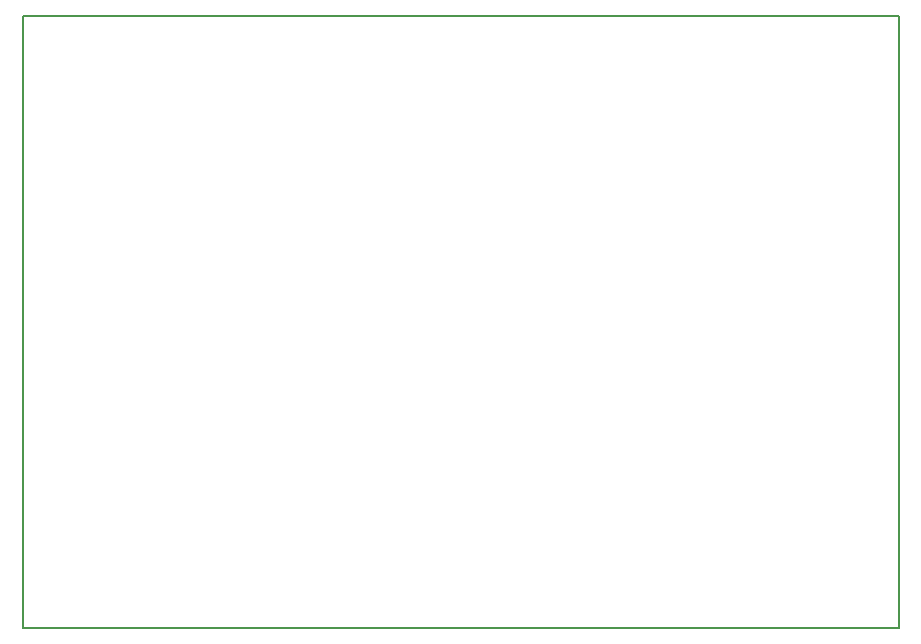
<source format=gbr>
G04 #@! TF.FileFunction,Profile,NP*
%FSLAX46Y46*%
G04 Gerber Fmt 4.6, Leading zero omitted, Abs format (unit mm)*
G04 Created by KiCad (PCBNEW 4.0.5+dfsg1-4) date Wed Oct 18 18:42:54 2017*
%MOMM*%
%LPD*%
G01*
G04 APERTURE LIST*
%ADD10C,0.100000*%
%ADD11C,0.150000*%
G04 APERTURE END LIST*
D10*
D11*
X140208000Y-23368000D02*
X140208000Y-75184000D01*
X214376000Y-23368000D02*
X214376000Y-75184000D01*
X214376000Y-75184000D02*
X140208000Y-75184000D01*
X140208000Y-23368000D02*
X214376000Y-23368000D01*
M02*

</source>
